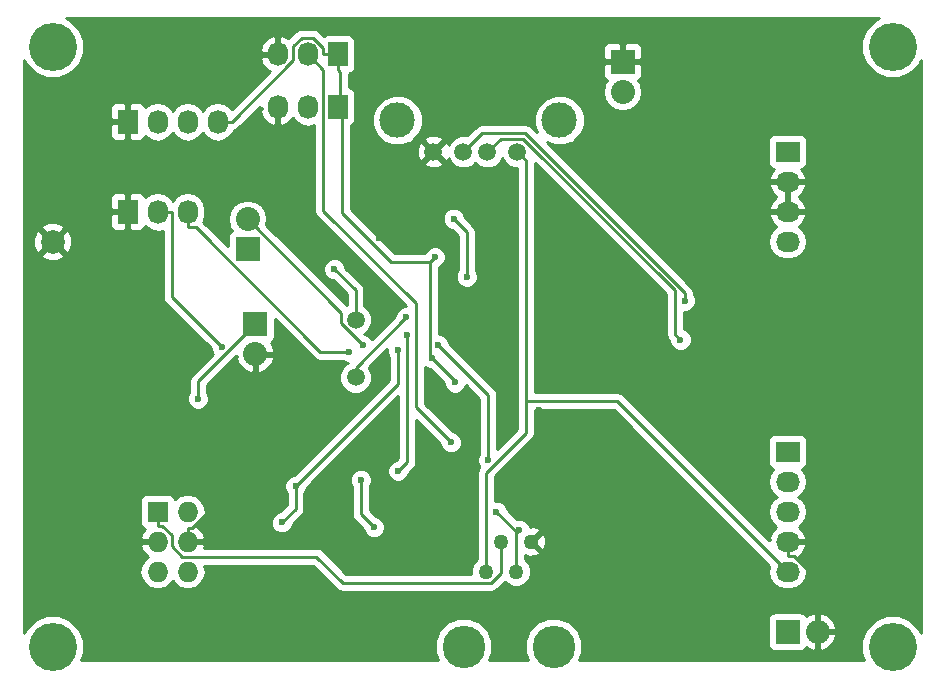
<source format=gbl>
%TF.GenerationSoftware,KiCad,Pcbnew,4.0.2+dfsg1-stable*%
%TF.CreationDate,2019-04-18T17:58:59+02:00*%
%TF.ProjectId,StandAlone-Adapter,5374616E64416C6F6E652D4164617074,rev?*%
%TF.FileFunction,Copper,L2,Bot,Signal*%
%FSLAX46Y46*%
G04 Gerber Fmt 4.6, Leading zero omitted, Abs format (unit mm)*
G04 Created by KiCad (PCBNEW 4.0.2+dfsg1-stable) date gio 18 apr 2019 17:58:59 CEST*
%MOMM*%
G01*
G04 APERTURE LIST*
%ADD10C,0.100000*%
%ADD11C,4.064000*%
%ADD12C,1.998980*%
%ADD13C,1.270000*%
%ADD14C,3.600000*%
%ADD15C,1.501140*%
%ADD16C,2.999740*%
%ADD17C,1.500000*%
%ADD18R,1.727200X2.032000*%
%ADD19O,1.727200X2.032000*%
%ADD20R,2.032000X2.032000*%
%ADD21O,2.032000X2.032000*%
%ADD22R,2.032000X1.727200*%
%ADD23O,2.032000X1.727200*%
%ADD24R,1.727200X1.727200*%
%ADD25O,1.727200X1.727200*%
%ADD26C,0.600000*%
%ADD27C,0.250000*%
%ADD28C,0.254000*%
G04 APERTURE END LIST*
D10*
D11*
X113030000Y-120650000D03*
X184150000Y-120650000D03*
X184150000Y-69850000D03*
X113030000Y-69850000D03*
D12*
X113030000Y-86360000D03*
D13*
X152285000Y-114290000D03*
X149745000Y-114290000D03*
X153555000Y-111760000D03*
D14*
X155460000Y-120640000D03*
X147840000Y-120640000D03*
D13*
X151015000Y-111760000D03*
D15*
X145287140Y-78742120D03*
X147827140Y-78742120D03*
X149859140Y-78742120D03*
X152399140Y-78742120D03*
D16*
X142239140Y-76075120D03*
X155955140Y-76075120D03*
D17*
X138684000Y-92964000D03*
X138684000Y-97844000D03*
D18*
X119380000Y-76200000D03*
D19*
X121920000Y-76200000D03*
X124460000Y-76200000D03*
X127000000Y-76200000D03*
D18*
X119380000Y-83820000D03*
D19*
X121920000Y-83820000D03*
X124460000Y-83820000D03*
D20*
X129540000Y-86995000D03*
D21*
X129540000Y-84455000D03*
D18*
X137160000Y-70485000D03*
D19*
X134620000Y-70485000D03*
X132080000Y-70485000D03*
D20*
X161290000Y-71120000D03*
D21*
X161290000Y-73660000D03*
D22*
X175260000Y-78740000D03*
D23*
X175260000Y-81280000D03*
X175260000Y-83820000D03*
X175260000Y-86360000D03*
D22*
X175260000Y-104140000D03*
D23*
X175260000Y-106680000D03*
X175260000Y-109220000D03*
X175260000Y-111760000D03*
X175260000Y-114300000D03*
D20*
X175260000Y-119380000D03*
D21*
X177800000Y-119380000D03*
D20*
X130175000Y-93345000D03*
D21*
X130175000Y-95885000D03*
D24*
X121920000Y-109220000D03*
D25*
X124460000Y-109220000D03*
X121920000Y-111760000D03*
X124460000Y-111760000D03*
X121920000Y-114300000D03*
X124460000Y-114300000D03*
D18*
X137160000Y-74930000D03*
D19*
X134620000Y-74930000D03*
X132080000Y-74930000D03*
D26*
X150618600Y-109234600D03*
X152560700Y-110799600D03*
X154363500Y-104248400D03*
X154250500Y-100585300D03*
X140684000Y-86068300D03*
X145169000Y-96230000D03*
X147110000Y-98283700D03*
X145411200Y-87659500D03*
X136896100Y-88700800D03*
X142963500Y-92774600D03*
X140249200Y-110540800D03*
X139131500Y-106521900D03*
X149925000Y-104859200D03*
X145640200Y-95079900D03*
X142277500Y-105770600D03*
X143061800Y-94230000D03*
X133605300Y-107060000D03*
X142266400Y-95548800D03*
X132448500Y-110134100D03*
X139334700Y-95136400D03*
X127347500Y-95255100D03*
X138117300Y-95676700D03*
X146778100Y-103357200D03*
X125341000Y-99656900D03*
X146990000Y-84419700D03*
X148109900Y-89331300D03*
X166592000Y-91344300D03*
X166196700Y-94648800D03*
D27*
X151015000Y-114400800D02*
X151015000Y-111760000D01*
X150153000Y-115262800D02*
X151015000Y-114400800D01*
X137601900Y-115262800D02*
X150153000Y-115262800D01*
X135369100Y-113030000D02*
X137601900Y-115262800D01*
X124026700Y-113030000D02*
X135369100Y-113030000D01*
X123108900Y-112112200D02*
X124026700Y-113030000D01*
X123108900Y-111226200D02*
X123108900Y-112112200D01*
X122291600Y-110408900D02*
X123108900Y-111226200D01*
X121920000Y-110408900D02*
X122291600Y-110408900D01*
X121920000Y-109220000D02*
X121920000Y-110408900D01*
X152285000Y-111005000D02*
X152337000Y-110953000D01*
X152285000Y-114290000D02*
X152285000Y-111005000D01*
X152337000Y-110953000D02*
X150618600Y-109234600D01*
X152490400Y-110799600D02*
X152560700Y-110799600D01*
X152337000Y-110953000D02*
X152490400Y-110799600D01*
X119380000Y-83820000D02*
X119380000Y-76200000D01*
X154363500Y-110951500D02*
X154363500Y-104248400D01*
X153555000Y-111760000D02*
X154363500Y-110951500D01*
X124831500Y-110571100D02*
X124460000Y-110571100D01*
X130175000Y-105227600D02*
X124831500Y-110571100D01*
X130175000Y-95885000D02*
X130175000Y-105227600D01*
X124460000Y-111760000D02*
X124460000Y-110571100D01*
X154250500Y-104135400D02*
X154250500Y-100585300D01*
X154363500Y-104248400D02*
X154250500Y-104135400D01*
X175260000Y-81280000D02*
X175260000Y-83820000D01*
X177800000Y-114968800D02*
X177800000Y-119380000D01*
X175780100Y-112948900D02*
X177800000Y-114968800D01*
X175260000Y-112948900D02*
X175780100Y-112948900D01*
X175260000Y-111760000D02*
X175260000Y-112948900D01*
X140684000Y-83345200D02*
X140684000Y-86068300D01*
X145287100Y-78742100D02*
X140684000Y-83345200D01*
X128239500Y-76200000D02*
X127000000Y-76200000D01*
X133431000Y-71008500D02*
X128239500Y-76200000D01*
X133431000Y-69802300D02*
X133431000Y-71008500D01*
X134142800Y-69090500D02*
X133431000Y-69802300D01*
X135096700Y-69090500D02*
X134142800Y-69090500D01*
X135971100Y-69964900D02*
X135096700Y-69090500D01*
X135971100Y-70485000D02*
X135971100Y-69964900D01*
X137160000Y-70485000D02*
X135971100Y-70485000D01*
X147110000Y-98171000D02*
X147110000Y-98283700D01*
X145169000Y-96230000D02*
X147110000Y-98171000D01*
X145006100Y-96067100D02*
X145006100Y-88064600D01*
X145169000Y-96230000D02*
X145006100Y-96067100D01*
X145006100Y-88064600D02*
X145411200Y-87659500D01*
X137160000Y-74930000D02*
X137365500Y-74930000D01*
X137365500Y-74930000D02*
X137570900Y-74930000D01*
X137365500Y-72031800D02*
X137160000Y-71826300D01*
X137365500Y-74930000D02*
X137365500Y-72031800D01*
X137160000Y-70485000D02*
X137160000Y-71826300D01*
X137570900Y-83904500D02*
X137570900Y-74930000D01*
X141731000Y-88064600D02*
X137570900Y-83904500D01*
X145006100Y-88064600D02*
X141731000Y-88064600D01*
X160847700Y-99887700D02*
X175260000Y-114300000D01*
X153107800Y-99887700D02*
X160847700Y-99887700D01*
X153107800Y-102560800D02*
X153107800Y-99887700D01*
X149745000Y-105923600D02*
X153107800Y-102560800D01*
X149745000Y-114290000D02*
X149745000Y-105923600D01*
X153107800Y-79450800D02*
X152399100Y-78742100D01*
X153107800Y-99887700D02*
X153107800Y-79450800D01*
X138684000Y-90488700D02*
X138684000Y-92964000D01*
X136896100Y-88700800D02*
X138684000Y-90488700D01*
X138684000Y-97054100D02*
X142963500Y-92774600D01*
X138684000Y-97844000D02*
X138684000Y-97054100D01*
X139131500Y-109423100D02*
X140249200Y-110540800D01*
X139131500Y-106521900D02*
X139131500Y-109423100D01*
X149925000Y-99364700D02*
X145640200Y-95079900D01*
X149925000Y-104859200D02*
X149925000Y-99364700D01*
X143061800Y-104986300D02*
X143061800Y-94230000D01*
X142277500Y-105770600D02*
X143061800Y-104986300D01*
X142266400Y-98398900D02*
X142266400Y-95548800D01*
X133605300Y-107060000D02*
X142266400Y-98398900D01*
X133605300Y-108977300D02*
X132448500Y-110134100D01*
X133605300Y-107060000D02*
X133605300Y-108977300D01*
X137460700Y-93262400D02*
X139334700Y-95136400D01*
X137460700Y-92375700D02*
X137460700Y-93262400D01*
X129540000Y-84455000D02*
X137460700Y-92375700D01*
X121920000Y-83820000D02*
X123108900Y-83820000D01*
X123108900Y-91016500D02*
X127347500Y-95255100D01*
X123108900Y-83820000D02*
X123108900Y-91016500D01*
X124460000Y-83820000D02*
X124460000Y-85161300D01*
X135707300Y-95676700D02*
X138117300Y-95676700D01*
X125191900Y-85161300D02*
X135707300Y-95676700D01*
X124460000Y-85161300D02*
X125191900Y-85161300D01*
X143812300Y-100391400D02*
X146778100Y-103357200D01*
X143812300Y-91596400D02*
X143812300Y-100391400D01*
X135971000Y-83755100D02*
X143812300Y-91596400D01*
X135971000Y-71836000D02*
X135971000Y-83755100D01*
X134620000Y-70485000D02*
X135971000Y-71836000D01*
X125341000Y-98179000D02*
X130175000Y-93345000D01*
X125341000Y-99656900D02*
X125341000Y-98179000D01*
X148109900Y-85539600D02*
X146990000Y-84419700D01*
X148109900Y-89331300D02*
X148109900Y-85539600D01*
X166592000Y-90702100D02*
X166592000Y-91344300D01*
X153060000Y-77170100D02*
X166592000Y-90702100D01*
X149399100Y-77170100D02*
X153060000Y-77170100D01*
X147827100Y-78742100D02*
X149399100Y-77170100D01*
X165746400Y-94198500D02*
X166196700Y-94648800D01*
X165746400Y-90493400D02*
X165746400Y-94198500D01*
X152881000Y-77628000D02*
X165746400Y-90493400D01*
X150973200Y-77628000D02*
X152881000Y-77628000D01*
X149859100Y-78742100D02*
X150973200Y-77628000D01*
D28*
G36*
X182641239Y-67587709D02*
X181890345Y-68337293D01*
X181483464Y-69317173D01*
X181482538Y-70378172D01*
X181887709Y-71358761D01*
X182637293Y-72109655D01*
X183617173Y-72516536D01*
X184678172Y-72517462D01*
X185658761Y-72112291D01*
X186409655Y-71362707D01*
X186563000Y-70993411D01*
X186563000Y-119505983D01*
X186412291Y-119141239D01*
X185662707Y-118390345D01*
X184682827Y-117983464D01*
X183621828Y-117982538D01*
X182641239Y-118387709D01*
X181890345Y-119137293D01*
X181483464Y-120117173D01*
X181482538Y-121178172D01*
X181736580Y-121793000D01*
X157617811Y-121793000D01*
X157894576Y-121126476D01*
X157895421Y-120157774D01*
X157525496Y-119262486D01*
X156841117Y-118576912D01*
X156328369Y-118364000D01*
X173596560Y-118364000D01*
X173596560Y-120396000D01*
X173640838Y-120631317D01*
X173779910Y-120847441D01*
X173992110Y-120992431D01*
X174244000Y-121043440D01*
X176276000Y-121043440D01*
X176511317Y-120999162D01*
X176727441Y-120860090D01*
X176838840Y-120697052D01*
X176935182Y-120786385D01*
X177417056Y-120985975D01*
X177673000Y-120866836D01*
X177673000Y-119507000D01*
X177927000Y-119507000D01*
X177927000Y-120866836D01*
X178182944Y-120985975D01*
X178664818Y-120786385D01*
X179137188Y-120348379D01*
X179405983Y-119762946D01*
X179287367Y-119507000D01*
X177927000Y-119507000D01*
X177673000Y-119507000D01*
X177653000Y-119507000D01*
X177653000Y-119253000D01*
X177673000Y-119253000D01*
X177673000Y-117893164D01*
X177927000Y-117893164D01*
X177927000Y-119253000D01*
X179287367Y-119253000D01*
X179405983Y-118997054D01*
X179137188Y-118411621D01*
X178664818Y-117973615D01*
X178182944Y-117774025D01*
X177927000Y-117893164D01*
X177673000Y-117893164D01*
X177417056Y-117774025D01*
X176935182Y-117973615D01*
X176837602Y-118064097D01*
X176740090Y-117912559D01*
X176527890Y-117767569D01*
X176276000Y-117716560D01*
X174244000Y-117716560D01*
X174008683Y-117760838D01*
X173792559Y-117899910D01*
X173647569Y-118112110D01*
X173596560Y-118364000D01*
X156328369Y-118364000D01*
X155946476Y-118205424D01*
X154977774Y-118204579D01*
X154082486Y-118574504D01*
X153396912Y-119258883D01*
X153025424Y-120153524D01*
X153024579Y-121122226D01*
X153301737Y-121793000D01*
X149997811Y-121793000D01*
X150274576Y-121126476D01*
X150275421Y-120157774D01*
X149905496Y-119262486D01*
X149221117Y-118576912D01*
X148326476Y-118205424D01*
X147357774Y-118204579D01*
X146462486Y-118574504D01*
X145776912Y-119258883D01*
X145405424Y-120153524D01*
X145404579Y-121122226D01*
X145681737Y-121793000D01*
X115443170Y-121793000D01*
X115696536Y-121182827D01*
X115697462Y-120121828D01*
X115292291Y-119141239D01*
X114542707Y-118390345D01*
X113562827Y-117983464D01*
X112501828Y-117982538D01*
X111521239Y-118387709D01*
X110770345Y-119137293D01*
X110617000Y-119506589D01*
X110617000Y-87512163D01*
X112057443Y-87512163D01*
X112156042Y-87778965D01*
X112765582Y-88005401D01*
X113415377Y-87981341D01*
X113903958Y-87778965D01*
X114002557Y-87512163D01*
X113030000Y-86539605D01*
X112057443Y-87512163D01*
X110617000Y-87512163D01*
X110617000Y-86095582D01*
X111384599Y-86095582D01*
X111408659Y-86745377D01*
X111611035Y-87233958D01*
X111877837Y-87332557D01*
X112850395Y-86360000D01*
X113209605Y-86360000D01*
X114182163Y-87332557D01*
X114448965Y-87233958D01*
X114675401Y-86624418D01*
X114651341Y-85974623D01*
X114448965Y-85486042D01*
X114182163Y-85387443D01*
X113209605Y-86360000D01*
X112850395Y-86360000D01*
X111877837Y-85387443D01*
X111611035Y-85486042D01*
X111384599Y-86095582D01*
X110617000Y-86095582D01*
X110617000Y-85207837D01*
X112057443Y-85207837D01*
X113030000Y-86180395D01*
X114002557Y-85207837D01*
X113903958Y-84941035D01*
X113294418Y-84714599D01*
X112644623Y-84738659D01*
X112156042Y-84941035D01*
X112057443Y-85207837D01*
X110617000Y-85207837D01*
X110617000Y-84105750D01*
X117881400Y-84105750D01*
X117881400Y-84962309D01*
X117978073Y-85195698D01*
X118156701Y-85374327D01*
X118390090Y-85471000D01*
X119094250Y-85471000D01*
X119253000Y-85312250D01*
X119253000Y-83947000D01*
X118040150Y-83947000D01*
X117881400Y-84105750D01*
X110617000Y-84105750D01*
X110617000Y-82677691D01*
X117881400Y-82677691D01*
X117881400Y-83534250D01*
X118040150Y-83693000D01*
X119253000Y-83693000D01*
X119253000Y-82327750D01*
X119094250Y-82169000D01*
X118390090Y-82169000D01*
X118156701Y-82265673D01*
X117978073Y-82444302D01*
X117881400Y-82677691D01*
X110617000Y-82677691D01*
X110617000Y-76485750D01*
X117881400Y-76485750D01*
X117881400Y-77342309D01*
X117978073Y-77575698D01*
X118156701Y-77754327D01*
X118390090Y-77851000D01*
X119094250Y-77851000D01*
X119253000Y-77692250D01*
X119253000Y-76327000D01*
X118040150Y-76327000D01*
X117881400Y-76485750D01*
X110617000Y-76485750D01*
X110617000Y-75057691D01*
X117881400Y-75057691D01*
X117881400Y-75914250D01*
X118040150Y-76073000D01*
X119253000Y-76073000D01*
X119253000Y-74707750D01*
X119507000Y-74707750D01*
X119507000Y-76073000D01*
X119527000Y-76073000D01*
X119527000Y-76327000D01*
X119507000Y-76327000D01*
X119507000Y-77692250D01*
X119665750Y-77851000D01*
X120369910Y-77851000D01*
X120603299Y-77754327D01*
X120781927Y-77575698D01*
X120845500Y-77422220D01*
X120860330Y-77444415D01*
X121346511Y-77769271D01*
X121920000Y-77883345D01*
X122493489Y-77769271D01*
X122979670Y-77444415D01*
X123190000Y-77129634D01*
X123400330Y-77444415D01*
X123886511Y-77769271D01*
X124460000Y-77883345D01*
X125033489Y-77769271D01*
X125519670Y-77444415D01*
X125730000Y-77129634D01*
X125940330Y-77444415D01*
X126426511Y-77769271D01*
X127000000Y-77883345D01*
X127573489Y-77769271D01*
X128059670Y-77444415D01*
X128384526Y-76958234D01*
X128390135Y-76930037D01*
X128530339Y-76902148D01*
X128776901Y-76737401D01*
X130581400Y-74932902D01*
X130581400Y-75057002D01*
X130739075Y-75057002D01*
X130594816Y-75291913D01*
X130788046Y-75844320D01*
X131177964Y-76280732D01*
X131705209Y-76534709D01*
X131720974Y-76537358D01*
X131953000Y-76416217D01*
X131953000Y-75057000D01*
X131933000Y-75057000D01*
X131933000Y-74803000D01*
X131953000Y-74803000D01*
X131953000Y-74783000D01*
X132207000Y-74783000D01*
X132207000Y-74803000D01*
X132227000Y-74803000D01*
X132227000Y-75057000D01*
X132207000Y-75057000D01*
X132207000Y-76416217D01*
X132439026Y-76537358D01*
X132454791Y-76534709D01*
X132982036Y-76280732D01*
X133353539Y-75864931D01*
X133560330Y-76174415D01*
X134046511Y-76499271D01*
X134620000Y-76613345D01*
X135193489Y-76499271D01*
X135211000Y-76487571D01*
X135211000Y-83755100D01*
X135268852Y-84045939D01*
X135433599Y-84292501D01*
X142980712Y-91839614D01*
X142778333Y-91839438D01*
X142434557Y-91981483D01*
X142171308Y-92244273D01*
X142028662Y-92587801D01*
X142028621Y-92634677D01*
X140091860Y-94571438D01*
X139865027Y-94344208D01*
X139521499Y-94201562D01*
X139474623Y-94201521D01*
X139428184Y-94155082D01*
X139467515Y-94138831D01*
X139857461Y-93749564D01*
X140068759Y-93240702D01*
X140069240Y-92689715D01*
X139858831Y-92180485D01*
X139469564Y-91790539D01*
X139444000Y-91779924D01*
X139444000Y-90488700D01*
X139386148Y-90197861D01*
X139386148Y-90197860D01*
X139221401Y-89951299D01*
X137831222Y-88561120D01*
X137831262Y-88515633D01*
X137689217Y-88171857D01*
X137426427Y-87908608D01*
X137082899Y-87765962D01*
X136710933Y-87765638D01*
X136367157Y-87907683D01*
X136103908Y-88170473D01*
X135961262Y-88514001D01*
X135960938Y-88885967D01*
X136102983Y-89229743D01*
X136365773Y-89492992D01*
X136709301Y-89635638D01*
X136756177Y-89635679D01*
X137924000Y-90803502D01*
X137924000Y-91764198D01*
X131122381Y-84962579D01*
X131223345Y-84455000D01*
X131097670Y-83823190D01*
X130739778Y-83287567D01*
X130204155Y-82929675D01*
X129572345Y-82804000D01*
X129507655Y-82804000D01*
X128875845Y-82929675D01*
X128340222Y-83287567D01*
X127982330Y-83823190D01*
X127856655Y-84455000D01*
X127982330Y-85086810D01*
X128209499Y-85426792D01*
X128072559Y-85514910D01*
X127927569Y-85727110D01*
X127876560Y-85979000D01*
X127876560Y-86771158D01*
X125780082Y-84674680D01*
X125844526Y-84578234D01*
X125958600Y-84004745D01*
X125958600Y-83635255D01*
X125844526Y-83061766D01*
X125519670Y-82575585D01*
X125033489Y-82250729D01*
X124460000Y-82136655D01*
X123886511Y-82250729D01*
X123400330Y-82575585D01*
X123190000Y-82890366D01*
X122979670Y-82575585D01*
X122493489Y-82250729D01*
X121920000Y-82136655D01*
X121346511Y-82250729D01*
X120860330Y-82575585D01*
X120845500Y-82597780D01*
X120781927Y-82444302D01*
X120603299Y-82265673D01*
X120369910Y-82169000D01*
X119665750Y-82169000D01*
X119507000Y-82327750D01*
X119507000Y-83693000D01*
X119527000Y-83693000D01*
X119527000Y-83947000D01*
X119507000Y-83947000D01*
X119507000Y-85312250D01*
X119665750Y-85471000D01*
X120369910Y-85471000D01*
X120603299Y-85374327D01*
X120781927Y-85195698D01*
X120845500Y-85042220D01*
X120860330Y-85064415D01*
X121346511Y-85389271D01*
X121920000Y-85503345D01*
X122348900Y-85418032D01*
X122348900Y-91016500D01*
X122406752Y-91307339D01*
X122571499Y-91553901D01*
X126412378Y-95394780D01*
X126412338Y-95440267D01*
X126554383Y-95784043D01*
X126607722Y-95837476D01*
X124803599Y-97641599D01*
X124638852Y-97888161D01*
X124581000Y-98179000D01*
X124581000Y-99094437D01*
X124548808Y-99126573D01*
X124406162Y-99470101D01*
X124405838Y-99842067D01*
X124547883Y-100185843D01*
X124810673Y-100449092D01*
X125154201Y-100591738D01*
X125526167Y-100592062D01*
X125869943Y-100450017D01*
X126133192Y-100187227D01*
X126275838Y-99843699D01*
X126276162Y-99471733D01*
X126134117Y-99127957D01*
X126101000Y-99094782D01*
X126101000Y-98493802D01*
X128582800Y-96012002D01*
X128688163Y-96012002D01*
X128569025Y-96267944D01*
X128768615Y-96749818D01*
X129206621Y-97222188D01*
X129792054Y-97490983D01*
X130048000Y-97372367D01*
X130048000Y-96012000D01*
X130302000Y-96012000D01*
X130302000Y-97372367D01*
X130557946Y-97490983D01*
X131143379Y-97222188D01*
X131581385Y-96749818D01*
X131780975Y-96267944D01*
X131661836Y-96012000D01*
X130302000Y-96012000D01*
X130048000Y-96012000D01*
X130028000Y-96012000D01*
X130028000Y-95758000D01*
X130048000Y-95758000D01*
X130048000Y-95738000D01*
X130302000Y-95738000D01*
X130302000Y-95758000D01*
X131661836Y-95758000D01*
X131780975Y-95502056D01*
X131581385Y-95020182D01*
X131490903Y-94922602D01*
X131642441Y-94825090D01*
X131787431Y-94612890D01*
X131838440Y-94361000D01*
X131838440Y-92882642D01*
X135169899Y-96214101D01*
X135416460Y-96378848D01*
X135707300Y-96436700D01*
X137554837Y-96436700D01*
X137586973Y-96468892D01*
X137930501Y-96611538D01*
X138039733Y-96611633D01*
X137900485Y-96669169D01*
X137510539Y-97058436D01*
X137299241Y-97567298D01*
X137298760Y-98118285D01*
X137509169Y-98627515D01*
X137898436Y-99017461D01*
X138407298Y-99228759D01*
X138958285Y-99229240D01*
X139467515Y-99018831D01*
X139857461Y-98629564D01*
X140068759Y-98120702D01*
X140069240Y-97569715D01*
X139858831Y-97060485D01*
X139805670Y-97007232D01*
X141331458Y-95481444D01*
X141331238Y-95733967D01*
X141473283Y-96077743D01*
X141506400Y-96110918D01*
X141506400Y-98084098D01*
X133465620Y-106124878D01*
X133420133Y-106124838D01*
X133076357Y-106266883D01*
X132813108Y-106529673D01*
X132670462Y-106873201D01*
X132670138Y-107245167D01*
X132812183Y-107588943D01*
X132845300Y-107622118D01*
X132845300Y-108662498D01*
X132308820Y-109198978D01*
X132263333Y-109198938D01*
X131919557Y-109340983D01*
X131656308Y-109603773D01*
X131513662Y-109947301D01*
X131513338Y-110319267D01*
X131655383Y-110663043D01*
X131918173Y-110926292D01*
X132261701Y-111068938D01*
X132633667Y-111069262D01*
X132977443Y-110927217D01*
X133240692Y-110664427D01*
X133383338Y-110320899D01*
X133383379Y-110274023D01*
X134142701Y-109514701D01*
X134307448Y-109268140D01*
X134365300Y-108977300D01*
X134365300Y-107622463D01*
X134397492Y-107590327D01*
X134540138Y-107246799D01*
X134540179Y-107199923D01*
X135033035Y-106707067D01*
X138196338Y-106707067D01*
X138338383Y-107050843D01*
X138371500Y-107084018D01*
X138371500Y-109423100D01*
X138429352Y-109713939D01*
X138594099Y-109960501D01*
X139314078Y-110680480D01*
X139314038Y-110725967D01*
X139456083Y-111069743D01*
X139718873Y-111332992D01*
X140062401Y-111475638D01*
X140434367Y-111475962D01*
X140778143Y-111333917D01*
X141041392Y-111071127D01*
X141184038Y-110727599D01*
X141184362Y-110355633D01*
X141042317Y-110011857D01*
X140779527Y-109748608D01*
X140435999Y-109605962D01*
X140389124Y-109605921D01*
X139891500Y-109108298D01*
X139891500Y-107084363D01*
X139923692Y-107052227D01*
X140066338Y-106708699D01*
X140066662Y-106336733D01*
X139924617Y-105992957D01*
X139661827Y-105729708D01*
X139318299Y-105587062D01*
X138946333Y-105586738D01*
X138602557Y-105728783D01*
X138339308Y-105991573D01*
X138196662Y-106335101D01*
X138196338Y-106707067D01*
X135033035Y-106707067D01*
X142301800Y-99438302D01*
X142301800Y-104671498D01*
X142137820Y-104835478D01*
X142092333Y-104835438D01*
X141748557Y-104977483D01*
X141485308Y-105240273D01*
X141342662Y-105583801D01*
X141342338Y-105955767D01*
X141484383Y-106299543D01*
X141747173Y-106562792D01*
X142090701Y-106705438D01*
X142462667Y-106705762D01*
X142806443Y-106563717D01*
X143069692Y-106300927D01*
X143212338Y-105957399D01*
X143212379Y-105910523D01*
X143599201Y-105523701D01*
X143763948Y-105277139D01*
X143821800Y-104986300D01*
X143821800Y-101475702D01*
X145842978Y-103496880D01*
X145842938Y-103542367D01*
X145984983Y-103886143D01*
X146247773Y-104149392D01*
X146591301Y-104292038D01*
X146963267Y-104292362D01*
X147307043Y-104150317D01*
X147570292Y-103887527D01*
X147712938Y-103543999D01*
X147713262Y-103172033D01*
X147571217Y-102828257D01*
X147308427Y-102565008D01*
X146964899Y-102422362D01*
X146918023Y-102422321D01*
X144572300Y-100076598D01*
X144572300Y-96955703D01*
X144638673Y-97022192D01*
X144982201Y-97164838D01*
X145029077Y-97164879D01*
X146174976Y-98310778D01*
X146174838Y-98468867D01*
X146316883Y-98812643D01*
X146579673Y-99075892D01*
X146923201Y-99218538D01*
X147295167Y-99218862D01*
X147638943Y-99076817D01*
X147902192Y-98814027D01*
X148018772Y-98533274D01*
X149165000Y-99679502D01*
X149165000Y-104296737D01*
X149132808Y-104328873D01*
X148990162Y-104672401D01*
X148989838Y-105044367D01*
X149131883Y-105388143D01*
X149176462Y-105432799D01*
X149042852Y-105632761D01*
X148985000Y-105923600D01*
X148985000Y-113254188D01*
X148668974Y-113569663D01*
X148475221Y-114036273D01*
X148474814Y-114502800D01*
X137916702Y-114502800D01*
X135906501Y-112492599D01*
X135659939Y-112327852D01*
X135369100Y-112270000D01*
X125852426Y-112270000D01*
X125914958Y-112119026D01*
X125793817Y-111887000D01*
X124587000Y-111887000D01*
X124587000Y-111907000D01*
X124333000Y-111907000D01*
X124333000Y-111887000D01*
X124313000Y-111887000D01*
X124313000Y-111633000D01*
X124333000Y-111633000D01*
X124333000Y-111613000D01*
X124587000Y-111613000D01*
X124587000Y-111633000D01*
X125793817Y-111633000D01*
X125914958Y-111400974D01*
X125742688Y-110985053D01*
X125348490Y-110553179D01*
X125225772Y-110495664D01*
X125549029Y-110279670D01*
X125873885Y-109793489D01*
X125987959Y-109220000D01*
X125873885Y-108646511D01*
X125549029Y-108160330D01*
X125062848Y-107835474D01*
X124489359Y-107721400D01*
X124430641Y-107721400D01*
X123857152Y-107835474D01*
X123391558Y-108146574D01*
X123386762Y-108121083D01*
X123247690Y-107904959D01*
X123035490Y-107759969D01*
X122783600Y-107708960D01*
X121056400Y-107708960D01*
X120821083Y-107753238D01*
X120604959Y-107892310D01*
X120459969Y-108104510D01*
X120408960Y-108356400D01*
X120408960Y-110083600D01*
X120453238Y-110318917D01*
X120592310Y-110535041D01*
X120804510Y-110680031D01*
X120898375Y-110699039D01*
X120637312Y-110985053D01*
X120465042Y-111400974D01*
X120586183Y-111633000D01*
X121793000Y-111633000D01*
X121793000Y-111613000D01*
X122047000Y-111613000D01*
X122047000Y-111633000D01*
X122067000Y-111633000D01*
X122067000Y-111887000D01*
X122047000Y-111887000D01*
X122047000Y-111907000D01*
X121793000Y-111907000D01*
X121793000Y-111887000D01*
X120586183Y-111887000D01*
X120465042Y-112119026D01*
X120637312Y-112534947D01*
X121031510Y-112966821D01*
X121154228Y-113024336D01*
X120830971Y-113240330D01*
X120506115Y-113726511D01*
X120392041Y-114300000D01*
X120506115Y-114873489D01*
X120830971Y-115359670D01*
X121317152Y-115684526D01*
X121890641Y-115798600D01*
X121949359Y-115798600D01*
X122522848Y-115684526D01*
X123009029Y-115359670D01*
X123190000Y-115088828D01*
X123370971Y-115359670D01*
X123857152Y-115684526D01*
X124430641Y-115798600D01*
X124489359Y-115798600D01*
X125062848Y-115684526D01*
X125549029Y-115359670D01*
X125873885Y-114873489D01*
X125987959Y-114300000D01*
X125886514Y-113790000D01*
X135054298Y-113790000D01*
X137064499Y-115800201D01*
X137311061Y-115964948D01*
X137601900Y-116022800D01*
X150153000Y-116022800D01*
X150443839Y-115964948D01*
X150690401Y-115800201D01*
X151344811Y-115145791D01*
X151564663Y-115366026D01*
X152031273Y-115559779D01*
X152536510Y-115560220D01*
X153003458Y-115367282D01*
X153361026Y-115010337D01*
X153554779Y-114543727D01*
X153555220Y-114038490D01*
X153362282Y-113571542D01*
X153045000Y-113253706D01*
X153045000Y-112927346D01*
X153377664Y-113042681D01*
X153882023Y-113012906D01*
X154209697Y-112877179D01*
X154263528Y-112648133D01*
X153555000Y-111939605D01*
X153540858Y-111953748D01*
X153361253Y-111774143D01*
X153375395Y-111760000D01*
X153734605Y-111760000D01*
X154443133Y-112468528D01*
X154672179Y-112414697D01*
X154837681Y-111937336D01*
X154807906Y-111432977D01*
X154672179Y-111105303D01*
X154443133Y-111051472D01*
X153734605Y-111760000D01*
X153375395Y-111760000D01*
X153361253Y-111745858D01*
X153540858Y-111566253D01*
X153555000Y-111580395D01*
X154263528Y-110871867D01*
X154209697Y-110642821D01*
X153732336Y-110477319D01*
X153446188Y-110494212D01*
X153353817Y-110270657D01*
X153091027Y-110007408D01*
X152747499Y-109864762D01*
X152375533Y-109864438D01*
X152338529Y-109879727D01*
X151553722Y-109094920D01*
X151553762Y-109049433D01*
X151411717Y-108705657D01*
X151148927Y-108442408D01*
X150805399Y-108299762D01*
X150505000Y-108299500D01*
X150505000Y-106238402D01*
X153645201Y-103098201D01*
X153809948Y-102851640D01*
X153867800Y-102560800D01*
X153867800Y-100647700D01*
X160532898Y-100647700D01*
X173677619Y-113792421D01*
X173576655Y-114300000D01*
X173690729Y-114873489D01*
X174015585Y-115359670D01*
X174501766Y-115684526D01*
X175075255Y-115798600D01*
X175444745Y-115798600D01*
X176018234Y-115684526D01*
X176504415Y-115359670D01*
X176829271Y-114873489D01*
X176943345Y-114300000D01*
X176829271Y-113726511D01*
X176504415Y-113240330D01*
X176194931Y-113033539D01*
X176610732Y-112662036D01*
X176864709Y-112134791D01*
X176867358Y-112119026D01*
X176746217Y-111887000D01*
X175387000Y-111887000D01*
X175387000Y-111907000D01*
X175133000Y-111907000D01*
X175133000Y-111887000D01*
X175113000Y-111887000D01*
X175113000Y-111633000D01*
X175133000Y-111633000D01*
X175133000Y-111613000D01*
X175387000Y-111613000D01*
X175387000Y-111633000D01*
X176746217Y-111633000D01*
X176867358Y-111400974D01*
X176864709Y-111385209D01*
X176610732Y-110857964D01*
X176194931Y-110486461D01*
X176504415Y-110279670D01*
X176829271Y-109793489D01*
X176943345Y-109220000D01*
X176829271Y-108646511D01*
X176504415Y-108160330D01*
X176189634Y-107950000D01*
X176504415Y-107739670D01*
X176829271Y-107253489D01*
X176943345Y-106680000D01*
X176829271Y-106106511D01*
X176504415Y-105620330D01*
X176490087Y-105610757D01*
X176511317Y-105606762D01*
X176727441Y-105467690D01*
X176872431Y-105255490D01*
X176923440Y-105003600D01*
X176923440Y-103276400D01*
X176879162Y-103041083D01*
X176740090Y-102824959D01*
X176527890Y-102679969D01*
X176276000Y-102628960D01*
X174244000Y-102628960D01*
X174008683Y-102673238D01*
X173792559Y-102812310D01*
X173647569Y-103024510D01*
X173596560Y-103276400D01*
X173596560Y-105003600D01*
X173640838Y-105238917D01*
X173779910Y-105455041D01*
X173992110Y-105600031D01*
X174033439Y-105608400D01*
X174015585Y-105620330D01*
X173690729Y-106106511D01*
X173576655Y-106680000D01*
X173690729Y-107253489D01*
X174015585Y-107739670D01*
X174330366Y-107950000D01*
X174015585Y-108160330D01*
X173690729Y-108646511D01*
X173576655Y-109220000D01*
X173690729Y-109793489D01*
X174015585Y-110279670D01*
X174325069Y-110486461D01*
X173909268Y-110857964D01*
X173655291Y-111385209D01*
X173652642Y-111400974D01*
X173773782Y-111632998D01*
X173667800Y-111632998D01*
X161385101Y-99350299D01*
X161138539Y-99185552D01*
X160847700Y-99127700D01*
X153867800Y-99127700D01*
X153867800Y-79689602D01*
X164986400Y-90808202D01*
X164986400Y-94198500D01*
X165044252Y-94489339D01*
X165208999Y-94735901D01*
X165261578Y-94788480D01*
X165261538Y-94833967D01*
X165403583Y-95177743D01*
X165666373Y-95440992D01*
X166009901Y-95583638D01*
X166381867Y-95583962D01*
X166725643Y-95441917D01*
X166988892Y-95179127D01*
X167131538Y-94835599D01*
X167131862Y-94463633D01*
X166989817Y-94119857D01*
X166727027Y-93856608D01*
X166506400Y-93764995D01*
X166506400Y-92279226D01*
X166777167Y-92279462D01*
X167120943Y-92137417D01*
X167384192Y-91874627D01*
X167526838Y-91531099D01*
X167527162Y-91159133D01*
X167385117Y-90815357D01*
X167352000Y-90782182D01*
X167352000Y-90702100D01*
X167294148Y-90411261D01*
X167129401Y-90164699D01*
X163324702Y-86360000D01*
X173576655Y-86360000D01*
X173690729Y-86933489D01*
X174015585Y-87419670D01*
X174501766Y-87744526D01*
X175075255Y-87858600D01*
X175444745Y-87858600D01*
X176018234Y-87744526D01*
X176504415Y-87419670D01*
X176829271Y-86933489D01*
X176943345Y-86360000D01*
X176829271Y-85786511D01*
X176504415Y-85300330D01*
X176194931Y-85093539D01*
X176610732Y-84722036D01*
X176864709Y-84194791D01*
X176867358Y-84179026D01*
X176746217Y-83947000D01*
X175387000Y-83947000D01*
X175387000Y-83967000D01*
X175133000Y-83967000D01*
X175133000Y-83947000D01*
X173773783Y-83947000D01*
X173652642Y-84179026D01*
X173655291Y-84194791D01*
X173909268Y-84722036D01*
X174325069Y-85093539D01*
X174015585Y-85300330D01*
X173690729Y-85786511D01*
X173576655Y-86360000D01*
X163324702Y-86360000D01*
X158603728Y-81639026D01*
X173652642Y-81639026D01*
X173655291Y-81654791D01*
X173909268Y-82182036D01*
X174321108Y-82550000D01*
X173909268Y-82917964D01*
X173655291Y-83445209D01*
X173652642Y-83460974D01*
X173773783Y-83693000D01*
X175133000Y-83693000D01*
X175133000Y-81407000D01*
X175387000Y-81407000D01*
X175387000Y-83693000D01*
X176746217Y-83693000D01*
X176867358Y-83460974D01*
X176864709Y-83445209D01*
X176610732Y-82917964D01*
X176198892Y-82550000D01*
X176610732Y-82182036D01*
X176864709Y-81654791D01*
X176867358Y-81639026D01*
X176746217Y-81407000D01*
X175387000Y-81407000D01*
X175133000Y-81407000D01*
X173773783Y-81407000D01*
X173652642Y-81639026D01*
X158603728Y-81639026D01*
X154922733Y-77958031D01*
X155528625Y-78209619D01*
X156377929Y-78210360D01*
X157162867Y-77886030D01*
X157172513Y-77876400D01*
X173596560Y-77876400D01*
X173596560Y-79603600D01*
X173640838Y-79838917D01*
X173779910Y-80055041D01*
X173992110Y-80200031D01*
X174086927Y-80219232D01*
X173909268Y-80377964D01*
X173655291Y-80905209D01*
X173652642Y-80920974D01*
X173773783Y-81153000D01*
X175133000Y-81153000D01*
X175133000Y-81133000D01*
X175387000Y-81133000D01*
X175387000Y-81153000D01*
X176746217Y-81153000D01*
X176867358Y-80920974D01*
X176864709Y-80905209D01*
X176610732Y-80377964D01*
X176435155Y-80221093D01*
X176511317Y-80206762D01*
X176727441Y-80067690D01*
X176872431Y-79855490D01*
X176923440Y-79603600D01*
X176923440Y-77876400D01*
X176879162Y-77641083D01*
X176740090Y-77424959D01*
X176527890Y-77279969D01*
X176276000Y-77228960D01*
X174244000Y-77228960D01*
X174008683Y-77273238D01*
X173792559Y-77412310D01*
X173647569Y-77624510D01*
X173596560Y-77876400D01*
X157172513Y-77876400D01*
X157763940Y-77286006D01*
X158089639Y-76501635D01*
X158090380Y-75652331D01*
X157766050Y-74867393D01*
X157166026Y-74266320D01*
X156381655Y-73940621D01*
X155532351Y-73939880D01*
X154747413Y-74264210D01*
X154146340Y-74864234D01*
X153820641Y-75648605D01*
X153819900Y-76497909D01*
X154071480Y-77106778D01*
X153597401Y-76632699D01*
X153350839Y-76467952D01*
X153060000Y-76410100D01*
X149399100Y-76410100D01*
X149108261Y-76467952D01*
X148861699Y-76632699D01*
X148127734Y-77366664D01*
X148103956Y-77356791D01*
X147552742Y-77356310D01*
X147043303Y-77566806D01*
X146653196Y-77956233D01*
X146563761Y-78171616D01*
X146500071Y-78017855D01*
X146259070Y-77949795D01*
X145466745Y-78742120D01*
X146259070Y-79534445D01*
X146500071Y-79466385D01*
X146558909Y-79301080D01*
X146651826Y-79525957D01*
X147041253Y-79916064D01*
X147550324Y-80127449D01*
X148101538Y-80127930D01*
X148610977Y-79917434D01*
X148843203Y-79685613D01*
X149073253Y-79916064D01*
X149582324Y-80127449D01*
X150133538Y-80127930D01*
X150642977Y-79917434D01*
X151033084Y-79528007D01*
X151129115Y-79296739D01*
X151223826Y-79525957D01*
X151613253Y-79916064D01*
X152122324Y-80127449D01*
X152347800Y-80127646D01*
X152347800Y-102245998D01*
X150685000Y-103908798D01*
X150685000Y-99364700D01*
X150658055Y-99229240D01*
X150627148Y-99073860D01*
X150462401Y-98827299D01*
X146575322Y-94940220D01*
X146575362Y-94894733D01*
X146433317Y-94550957D01*
X146170527Y-94287708D01*
X145826999Y-94145062D01*
X145766100Y-94145009D01*
X145766100Y-88524530D01*
X145940143Y-88452617D01*
X146203392Y-88189827D01*
X146346038Y-87846299D01*
X146346362Y-87474333D01*
X146204317Y-87130557D01*
X145941527Y-86867308D01*
X145597999Y-86724662D01*
X145226033Y-86724338D01*
X144882257Y-86866383D01*
X144619008Y-87129173D01*
X144546164Y-87304600D01*
X142045802Y-87304600D01*
X139346069Y-84604867D01*
X146054838Y-84604867D01*
X146196883Y-84948643D01*
X146459673Y-85211892D01*
X146803201Y-85354538D01*
X146850077Y-85354579D01*
X147349900Y-85854402D01*
X147349900Y-88768837D01*
X147317708Y-88800973D01*
X147175062Y-89144501D01*
X147174738Y-89516467D01*
X147316783Y-89860243D01*
X147579573Y-90123492D01*
X147923101Y-90266138D01*
X148295067Y-90266462D01*
X148638843Y-90124417D01*
X148902092Y-89861627D01*
X149044738Y-89518099D01*
X149045062Y-89146133D01*
X148903017Y-88802357D01*
X148869900Y-88769182D01*
X148869900Y-85539600D01*
X148812048Y-85248761D01*
X148647301Y-85002199D01*
X147925122Y-84280020D01*
X147925162Y-84234533D01*
X147783117Y-83890757D01*
X147520327Y-83627508D01*
X147176799Y-83484862D01*
X146804833Y-83484538D01*
X146461057Y-83626583D01*
X146197808Y-83889373D01*
X146055162Y-84232901D01*
X146054838Y-84604867D01*
X139346069Y-84604867D01*
X138330900Y-83589698D01*
X138330900Y-79714050D01*
X144494815Y-79714050D01*
X144562875Y-79955051D01*
X145082174Y-80139887D01*
X145632678Y-80111925D01*
X146011405Y-79955051D01*
X146079465Y-79714050D01*
X145287140Y-78921725D01*
X144494815Y-79714050D01*
X138330900Y-79714050D01*
X138330900Y-78537154D01*
X143889373Y-78537154D01*
X143917335Y-79087658D01*
X144074209Y-79466385D01*
X144315210Y-79534445D01*
X145107535Y-78742120D01*
X144315210Y-77949795D01*
X144074209Y-78017855D01*
X143889373Y-78537154D01*
X138330900Y-78537154D01*
X138330900Y-76502842D01*
X138338566Y-76497909D01*
X140103900Y-76497909D01*
X140428230Y-77282847D01*
X141028254Y-77883920D01*
X141812625Y-78209619D01*
X142661929Y-78210360D01*
X143446867Y-77886030D01*
X143562909Y-77770190D01*
X144494815Y-77770190D01*
X145287140Y-78562515D01*
X146079465Y-77770190D01*
X146011405Y-77529189D01*
X145492106Y-77344353D01*
X144941602Y-77372315D01*
X144562875Y-77529189D01*
X144494815Y-77770190D01*
X143562909Y-77770190D01*
X144047940Y-77286006D01*
X144373639Y-76501635D01*
X144374380Y-75652331D01*
X144050050Y-74867393D01*
X143450026Y-74266320D01*
X142665655Y-73940621D01*
X141816351Y-73939880D01*
X141031413Y-74264210D01*
X140430340Y-74864234D01*
X140104641Y-75648605D01*
X140103900Y-76497909D01*
X138338566Y-76497909D01*
X138475041Y-76410090D01*
X138620031Y-76197890D01*
X138671040Y-75946000D01*
X138671040Y-73914000D01*
X138626762Y-73678683D01*
X138614740Y-73660000D01*
X159606655Y-73660000D01*
X159732330Y-74291810D01*
X160090222Y-74827433D01*
X160625845Y-75185325D01*
X161257655Y-75311000D01*
X161322345Y-75311000D01*
X161954155Y-75185325D01*
X162489778Y-74827433D01*
X162847670Y-74291810D01*
X162973345Y-73660000D01*
X162847670Y-73028190D01*
X162623034Y-72691999D01*
X162665698Y-72674327D01*
X162844327Y-72495699D01*
X162941000Y-72262310D01*
X162941000Y-71405750D01*
X162782250Y-71247000D01*
X161417000Y-71247000D01*
X161417000Y-71267000D01*
X161163000Y-71267000D01*
X161163000Y-71247000D01*
X159797750Y-71247000D01*
X159639000Y-71405750D01*
X159639000Y-72262310D01*
X159735673Y-72495699D01*
X159914302Y-72674327D01*
X159956966Y-72691999D01*
X159732330Y-73028190D01*
X159606655Y-73660000D01*
X138614740Y-73660000D01*
X138487690Y-73462559D01*
X138275490Y-73317569D01*
X138125500Y-73287195D01*
X138125500Y-72129266D01*
X138258917Y-72104162D01*
X138475041Y-71965090D01*
X138620031Y-71752890D01*
X138671040Y-71501000D01*
X138671040Y-69977690D01*
X159639000Y-69977690D01*
X159639000Y-70834250D01*
X159797750Y-70993000D01*
X161163000Y-70993000D01*
X161163000Y-69627750D01*
X161417000Y-69627750D01*
X161417000Y-70993000D01*
X162782250Y-70993000D01*
X162941000Y-70834250D01*
X162941000Y-69977690D01*
X162844327Y-69744301D01*
X162665698Y-69565673D01*
X162432309Y-69469000D01*
X161575750Y-69469000D01*
X161417000Y-69627750D01*
X161163000Y-69627750D01*
X161004250Y-69469000D01*
X160147691Y-69469000D01*
X159914302Y-69565673D01*
X159735673Y-69744301D01*
X159639000Y-69977690D01*
X138671040Y-69977690D01*
X138671040Y-69469000D01*
X138626762Y-69233683D01*
X138487690Y-69017559D01*
X138275490Y-68872569D01*
X138023600Y-68821560D01*
X136296400Y-68821560D01*
X136061083Y-68865838D01*
X135991570Y-68910568D01*
X135634101Y-68553099D01*
X135387539Y-68388352D01*
X135096700Y-68330500D01*
X134142800Y-68330500D01*
X133851960Y-68388352D01*
X133605399Y-68553099D01*
X133001946Y-69156552D01*
X132982036Y-69134268D01*
X132454791Y-68880291D01*
X132439026Y-68877642D01*
X132207000Y-68998783D01*
X132207000Y-70358000D01*
X132227000Y-70358000D01*
X132227000Y-70612000D01*
X132207000Y-70612000D01*
X132207000Y-70632000D01*
X131953000Y-70632000D01*
X131953000Y-70612000D01*
X130739076Y-70612000D01*
X130594816Y-70846913D01*
X130788046Y-71399320D01*
X131177964Y-71835732D01*
X131414854Y-71949844D01*
X128199637Y-75165061D01*
X128059670Y-74955585D01*
X127573489Y-74630729D01*
X127000000Y-74516655D01*
X126426511Y-74630729D01*
X125940330Y-74955585D01*
X125730000Y-75270366D01*
X125519670Y-74955585D01*
X125033489Y-74630729D01*
X124460000Y-74516655D01*
X123886511Y-74630729D01*
X123400330Y-74955585D01*
X123190000Y-75270366D01*
X122979670Y-74955585D01*
X122493489Y-74630729D01*
X121920000Y-74516655D01*
X121346511Y-74630729D01*
X120860330Y-74955585D01*
X120845500Y-74977780D01*
X120781927Y-74824302D01*
X120603299Y-74645673D01*
X120369910Y-74549000D01*
X119665750Y-74549000D01*
X119507000Y-74707750D01*
X119253000Y-74707750D01*
X119094250Y-74549000D01*
X118390090Y-74549000D01*
X118156701Y-74645673D01*
X117978073Y-74824302D01*
X117881400Y-75057691D01*
X110617000Y-75057691D01*
X110617000Y-70994017D01*
X110767709Y-71358761D01*
X111517293Y-72109655D01*
X112497173Y-72516536D01*
X113558172Y-72517462D01*
X114538761Y-72112291D01*
X115289655Y-71362707D01*
X115696536Y-70382827D01*
X115696762Y-70123087D01*
X130594816Y-70123087D01*
X130739076Y-70358000D01*
X131953000Y-70358000D01*
X131953000Y-68998783D01*
X131720974Y-68877642D01*
X131705209Y-68880291D01*
X131177964Y-69134268D01*
X130788046Y-69570680D01*
X130594816Y-70123087D01*
X115696762Y-70123087D01*
X115697462Y-69321828D01*
X115292291Y-68341239D01*
X114542707Y-67590345D01*
X114173411Y-67437000D01*
X183005983Y-67437000D01*
X182641239Y-67587709D01*
X182641239Y-67587709D01*
G37*
X182641239Y-67587709D02*
X181890345Y-68337293D01*
X181483464Y-69317173D01*
X181482538Y-70378172D01*
X181887709Y-71358761D01*
X182637293Y-72109655D01*
X183617173Y-72516536D01*
X184678172Y-72517462D01*
X185658761Y-72112291D01*
X186409655Y-71362707D01*
X186563000Y-70993411D01*
X186563000Y-119505983D01*
X186412291Y-119141239D01*
X185662707Y-118390345D01*
X184682827Y-117983464D01*
X183621828Y-117982538D01*
X182641239Y-118387709D01*
X181890345Y-119137293D01*
X181483464Y-120117173D01*
X181482538Y-121178172D01*
X181736580Y-121793000D01*
X157617811Y-121793000D01*
X157894576Y-121126476D01*
X157895421Y-120157774D01*
X157525496Y-119262486D01*
X156841117Y-118576912D01*
X156328369Y-118364000D01*
X173596560Y-118364000D01*
X173596560Y-120396000D01*
X173640838Y-120631317D01*
X173779910Y-120847441D01*
X173992110Y-120992431D01*
X174244000Y-121043440D01*
X176276000Y-121043440D01*
X176511317Y-120999162D01*
X176727441Y-120860090D01*
X176838840Y-120697052D01*
X176935182Y-120786385D01*
X177417056Y-120985975D01*
X177673000Y-120866836D01*
X177673000Y-119507000D01*
X177927000Y-119507000D01*
X177927000Y-120866836D01*
X178182944Y-120985975D01*
X178664818Y-120786385D01*
X179137188Y-120348379D01*
X179405983Y-119762946D01*
X179287367Y-119507000D01*
X177927000Y-119507000D01*
X177673000Y-119507000D01*
X177653000Y-119507000D01*
X177653000Y-119253000D01*
X177673000Y-119253000D01*
X177673000Y-117893164D01*
X177927000Y-117893164D01*
X177927000Y-119253000D01*
X179287367Y-119253000D01*
X179405983Y-118997054D01*
X179137188Y-118411621D01*
X178664818Y-117973615D01*
X178182944Y-117774025D01*
X177927000Y-117893164D01*
X177673000Y-117893164D01*
X177417056Y-117774025D01*
X176935182Y-117973615D01*
X176837602Y-118064097D01*
X176740090Y-117912559D01*
X176527890Y-117767569D01*
X176276000Y-117716560D01*
X174244000Y-117716560D01*
X174008683Y-117760838D01*
X173792559Y-117899910D01*
X173647569Y-118112110D01*
X173596560Y-118364000D01*
X156328369Y-118364000D01*
X155946476Y-118205424D01*
X154977774Y-118204579D01*
X154082486Y-118574504D01*
X153396912Y-119258883D01*
X153025424Y-120153524D01*
X153024579Y-121122226D01*
X153301737Y-121793000D01*
X149997811Y-121793000D01*
X150274576Y-121126476D01*
X150275421Y-120157774D01*
X149905496Y-119262486D01*
X149221117Y-118576912D01*
X148326476Y-118205424D01*
X147357774Y-118204579D01*
X146462486Y-118574504D01*
X145776912Y-119258883D01*
X145405424Y-120153524D01*
X145404579Y-121122226D01*
X145681737Y-121793000D01*
X115443170Y-121793000D01*
X115696536Y-121182827D01*
X115697462Y-120121828D01*
X115292291Y-119141239D01*
X114542707Y-118390345D01*
X113562827Y-117983464D01*
X112501828Y-117982538D01*
X111521239Y-118387709D01*
X110770345Y-119137293D01*
X110617000Y-119506589D01*
X110617000Y-87512163D01*
X112057443Y-87512163D01*
X112156042Y-87778965D01*
X112765582Y-88005401D01*
X113415377Y-87981341D01*
X113903958Y-87778965D01*
X114002557Y-87512163D01*
X113030000Y-86539605D01*
X112057443Y-87512163D01*
X110617000Y-87512163D01*
X110617000Y-86095582D01*
X111384599Y-86095582D01*
X111408659Y-86745377D01*
X111611035Y-87233958D01*
X111877837Y-87332557D01*
X112850395Y-86360000D01*
X113209605Y-86360000D01*
X114182163Y-87332557D01*
X114448965Y-87233958D01*
X114675401Y-86624418D01*
X114651341Y-85974623D01*
X114448965Y-85486042D01*
X114182163Y-85387443D01*
X113209605Y-86360000D01*
X112850395Y-86360000D01*
X111877837Y-85387443D01*
X111611035Y-85486042D01*
X111384599Y-86095582D01*
X110617000Y-86095582D01*
X110617000Y-85207837D01*
X112057443Y-85207837D01*
X113030000Y-86180395D01*
X114002557Y-85207837D01*
X113903958Y-84941035D01*
X113294418Y-84714599D01*
X112644623Y-84738659D01*
X112156042Y-84941035D01*
X112057443Y-85207837D01*
X110617000Y-85207837D01*
X110617000Y-84105750D01*
X117881400Y-84105750D01*
X117881400Y-84962309D01*
X117978073Y-85195698D01*
X118156701Y-85374327D01*
X118390090Y-85471000D01*
X119094250Y-85471000D01*
X119253000Y-85312250D01*
X119253000Y-83947000D01*
X118040150Y-83947000D01*
X117881400Y-84105750D01*
X110617000Y-84105750D01*
X110617000Y-82677691D01*
X117881400Y-82677691D01*
X117881400Y-83534250D01*
X118040150Y-83693000D01*
X119253000Y-83693000D01*
X119253000Y-82327750D01*
X119094250Y-82169000D01*
X118390090Y-82169000D01*
X118156701Y-82265673D01*
X117978073Y-82444302D01*
X117881400Y-82677691D01*
X110617000Y-82677691D01*
X110617000Y-76485750D01*
X117881400Y-76485750D01*
X117881400Y-77342309D01*
X117978073Y-77575698D01*
X118156701Y-77754327D01*
X118390090Y-77851000D01*
X119094250Y-77851000D01*
X119253000Y-77692250D01*
X119253000Y-76327000D01*
X118040150Y-76327000D01*
X117881400Y-76485750D01*
X110617000Y-76485750D01*
X110617000Y-75057691D01*
X117881400Y-75057691D01*
X117881400Y-75914250D01*
X118040150Y-76073000D01*
X119253000Y-76073000D01*
X119253000Y-74707750D01*
X119507000Y-74707750D01*
X119507000Y-76073000D01*
X119527000Y-76073000D01*
X119527000Y-76327000D01*
X119507000Y-76327000D01*
X119507000Y-77692250D01*
X119665750Y-77851000D01*
X120369910Y-77851000D01*
X120603299Y-77754327D01*
X120781927Y-77575698D01*
X120845500Y-77422220D01*
X120860330Y-77444415D01*
X121346511Y-77769271D01*
X121920000Y-77883345D01*
X122493489Y-77769271D01*
X122979670Y-77444415D01*
X123190000Y-77129634D01*
X123400330Y-77444415D01*
X123886511Y-77769271D01*
X124460000Y-77883345D01*
X125033489Y-77769271D01*
X125519670Y-77444415D01*
X125730000Y-77129634D01*
X125940330Y-77444415D01*
X126426511Y-77769271D01*
X127000000Y-77883345D01*
X127573489Y-77769271D01*
X128059670Y-77444415D01*
X128384526Y-76958234D01*
X128390135Y-76930037D01*
X128530339Y-76902148D01*
X128776901Y-76737401D01*
X130581400Y-74932902D01*
X130581400Y-75057002D01*
X130739075Y-75057002D01*
X130594816Y-75291913D01*
X130788046Y-75844320D01*
X131177964Y-76280732D01*
X131705209Y-76534709D01*
X131720974Y-76537358D01*
X131953000Y-76416217D01*
X131953000Y-75057000D01*
X131933000Y-75057000D01*
X131933000Y-74803000D01*
X131953000Y-74803000D01*
X131953000Y-74783000D01*
X132207000Y-74783000D01*
X132207000Y-74803000D01*
X132227000Y-74803000D01*
X132227000Y-75057000D01*
X132207000Y-75057000D01*
X132207000Y-76416217D01*
X132439026Y-76537358D01*
X132454791Y-76534709D01*
X132982036Y-76280732D01*
X133353539Y-75864931D01*
X133560330Y-76174415D01*
X134046511Y-76499271D01*
X134620000Y-76613345D01*
X135193489Y-76499271D01*
X135211000Y-76487571D01*
X135211000Y-83755100D01*
X135268852Y-84045939D01*
X135433599Y-84292501D01*
X142980712Y-91839614D01*
X142778333Y-91839438D01*
X142434557Y-91981483D01*
X142171308Y-92244273D01*
X142028662Y-92587801D01*
X142028621Y-92634677D01*
X140091860Y-94571438D01*
X139865027Y-94344208D01*
X139521499Y-94201562D01*
X139474623Y-94201521D01*
X139428184Y-94155082D01*
X139467515Y-94138831D01*
X139857461Y-93749564D01*
X140068759Y-93240702D01*
X140069240Y-92689715D01*
X139858831Y-92180485D01*
X139469564Y-91790539D01*
X139444000Y-91779924D01*
X139444000Y-90488700D01*
X139386148Y-90197861D01*
X139386148Y-90197860D01*
X139221401Y-89951299D01*
X137831222Y-88561120D01*
X137831262Y-88515633D01*
X137689217Y-88171857D01*
X137426427Y-87908608D01*
X137082899Y-87765962D01*
X136710933Y-87765638D01*
X136367157Y-87907683D01*
X136103908Y-88170473D01*
X135961262Y-88514001D01*
X135960938Y-88885967D01*
X136102983Y-89229743D01*
X136365773Y-89492992D01*
X136709301Y-89635638D01*
X136756177Y-89635679D01*
X137924000Y-90803502D01*
X137924000Y-91764198D01*
X131122381Y-84962579D01*
X131223345Y-84455000D01*
X131097670Y-83823190D01*
X130739778Y-83287567D01*
X130204155Y-82929675D01*
X129572345Y-82804000D01*
X129507655Y-82804000D01*
X128875845Y-82929675D01*
X128340222Y-83287567D01*
X127982330Y-83823190D01*
X127856655Y-84455000D01*
X127982330Y-85086810D01*
X128209499Y-85426792D01*
X128072559Y-85514910D01*
X127927569Y-85727110D01*
X127876560Y-85979000D01*
X127876560Y-86771158D01*
X125780082Y-84674680D01*
X125844526Y-84578234D01*
X125958600Y-84004745D01*
X125958600Y-83635255D01*
X125844526Y-83061766D01*
X125519670Y-82575585D01*
X125033489Y-82250729D01*
X124460000Y-82136655D01*
X123886511Y-82250729D01*
X123400330Y-82575585D01*
X123190000Y-82890366D01*
X122979670Y-82575585D01*
X122493489Y-82250729D01*
X121920000Y-82136655D01*
X121346511Y-82250729D01*
X120860330Y-82575585D01*
X120845500Y-82597780D01*
X120781927Y-82444302D01*
X120603299Y-82265673D01*
X120369910Y-82169000D01*
X119665750Y-82169000D01*
X119507000Y-82327750D01*
X119507000Y-83693000D01*
X119527000Y-83693000D01*
X119527000Y-83947000D01*
X119507000Y-83947000D01*
X119507000Y-85312250D01*
X119665750Y-85471000D01*
X120369910Y-85471000D01*
X120603299Y-85374327D01*
X120781927Y-85195698D01*
X120845500Y-85042220D01*
X120860330Y-85064415D01*
X121346511Y-85389271D01*
X121920000Y-85503345D01*
X122348900Y-85418032D01*
X122348900Y-91016500D01*
X122406752Y-91307339D01*
X122571499Y-91553901D01*
X126412378Y-95394780D01*
X126412338Y-95440267D01*
X126554383Y-95784043D01*
X126607722Y-95837476D01*
X124803599Y-97641599D01*
X124638852Y-97888161D01*
X124581000Y-98179000D01*
X124581000Y-99094437D01*
X124548808Y-99126573D01*
X124406162Y-99470101D01*
X124405838Y-99842067D01*
X124547883Y-100185843D01*
X124810673Y-100449092D01*
X125154201Y-100591738D01*
X125526167Y-100592062D01*
X125869943Y-100450017D01*
X126133192Y-100187227D01*
X126275838Y-99843699D01*
X126276162Y-99471733D01*
X126134117Y-99127957D01*
X126101000Y-99094782D01*
X126101000Y-98493802D01*
X128582800Y-96012002D01*
X128688163Y-96012002D01*
X128569025Y-96267944D01*
X128768615Y-96749818D01*
X129206621Y-97222188D01*
X129792054Y-97490983D01*
X130048000Y-97372367D01*
X130048000Y-96012000D01*
X130302000Y-96012000D01*
X130302000Y-97372367D01*
X130557946Y-97490983D01*
X131143379Y-97222188D01*
X131581385Y-96749818D01*
X131780975Y-96267944D01*
X131661836Y-96012000D01*
X130302000Y-96012000D01*
X130048000Y-96012000D01*
X130028000Y-96012000D01*
X130028000Y-95758000D01*
X130048000Y-95758000D01*
X130048000Y-95738000D01*
X130302000Y-95738000D01*
X130302000Y-95758000D01*
X131661836Y-95758000D01*
X131780975Y-95502056D01*
X131581385Y-95020182D01*
X131490903Y-94922602D01*
X131642441Y-94825090D01*
X131787431Y-94612890D01*
X131838440Y-94361000D01*
X131838440Y-92882642D01*
X135169899Y-96214101D01*
X135416460Y-96378848D01*
X135707300Y-96436700D01*
X137554837Y-96436700D01*
X137586973Y-96468892D01*
X137930501Y-96611538D01*
X138039733Y-96611633D01*
X137900485Y-96669169D01*
X137510539Y-97058436D01*
X137299241Y-97567298D01*
X137298760Y-98118285D01*
X137509169Y-98627515D01*
X137898436Y-99017461D01*
X138407298Y-99228759D01*
X138958285Y-99229240D01*
X139467515Y-99018831D01*
X139857461Y-98629564D01*
X140068759Y-98120702D01*
X140069240Y-97569715D01*
X139858831Y-97060485D01*
X139805670Y-97007232D01*
X141331458Y-95481444D01*
X141331238Y-95733967D01*
X141473283Y-96077743D01*
X141506400Y-96110918D01*
X141506400Y-98084098D01*
X133465620Y-106124878D01*
X133420133Y-106124838D01*
X133076357Y-106266883D01*
X132813108Y-106529673D01*
X132670462Y-106873201D01*
X132670138Y-107245167D01*
X132812183Y-107588943D01*
X132845300Y-107622118D01*
X132845300Y-108662498D01*
X132308820Y-109198978D01*
X132263333Y-109198938D01*
X131919557Y-109340983D01*
X131656308Y-109603773D01*
X131513662Y-109947301D01*
X131513338Y-110319267D01*
X131655383Y-110663043D01*
X131918173Y-110926292D01*
X132261701Y-111068938D01*
X132633667Y-111069262D01*
X132977443Y-110927217D01*
X133240692Y-110664427D01*
X133383338Y-110320899D01*
X133383379Y-110274023D01*
X134142701Y-109514701D01*
X134307448Y-109268140D01*
X134365300Y-108977300D01*
X134365300Y-107622463D01*
X134397492Y-107590327D01*
X134540138Y-107246799D01*
X134540179Y-107199923D01*
X135033035Y-106707067D01*
X138196338Y-106707067D01*
X138338383Y-107050843D01*
X138371500Y-107084018D01*
X138371500Y-109423100D01*
X138429352Y-109713939D01*
X138594099Y-109960501D01*
X139314078Y-110680480D01*
X139314038Y-110725967D01*
X139456083Y-111069743D01*
X139718873Y-111332992D01*
X140062401Y-111475638D01*
X140434367Y-111475962D01*
X140778143Y-111333917D01*
X141041392Y-111071127D01*
X141184038Y-110727599D01*
X141184362Y-110355633D01*
X141042317Y-110011857D01*
X140779527Y-109748608D01*
X140435999Y-109605962D01*
X140389124Y-109605921D01*
X139891500Y-109108298D01*
X139891500Y-107084363D01*
X139923692Y-107052227D01*
X140066338Y-106708699D01*
X140066662Y-106336733D01*
X139924617Y-105992957D01*
X139661827Y-105729708D01*
X139318299Y-105587062D01*
X138946333Y-105586738D01*
X138602557Y-105728783D01*
X138339308Y-105991573D01*
X138196662Y-106335101D01*
X138196338Y-106707067D01*
X135033035Y-106707067D01*
X142301800Y-99438302D01*
X142301800Y-104671498D01*
X142137820Y-104835478D01*
X142092333Y-104835438D01*
X141748557Y-104977483D01*
X141485308Y-105240273D01*
X141342662Y-105583801D01*
X141342338Y-105955767D01*
X141484383Y-106299543D01*
X141747173Y-106562792D01*
X142090701Y-106705438D01*
X142462667Y-106705762D01*
X142806443Y-106563717D01*
X143069692Y-106300927D01*
X143212338Y-105957399D01*
X143212379Y-105910523D01*
X143599201Y-105523701D01*
X143763948Y-105277139D01*
X143821800Y-104986300D01*
X143821800Y-101475702D01*
X145842978Y-103496880D01*
X145842938Y-103542367D01*
X145984983Y-103886143D01*
X146247773Y-104149392D01*
X146591301Y-104292038D01*
X146963267Y-104292362D01*
X147307043Y-104150317D01*
X147570292Y-103887527D01*
X147712938Y-103543999D01*
X147713262Y-103172033D01*
X147571217Y-102828257D01*
X147308427Y-102565008D01*
X146964899Y-102422362D01*
X146918023Y-102422321D01*
X144572300Y-100076598D01*
X144572300Y-96955703D01*
X144638673Y-97022192D01*
X144982201Y-97164838D01*
X145029077Y-97164879D01*
X146174976Y-98310778D01*
X146174838Y-98468867D01*
X146316883Y-98812643D01*
X146579673Y-99075892D01*
X146923201Y-99218538D01*
X147295167Y-99218862D01*
X147638943Y-99076817D01*
X147902192Y-98814027D01*
X148018772Y-98533274D01*
X149165000Y-99679502D01*
X149165000Y-104296737D01*
X149132808Y-104328873D01*
X148990162Y-104672401D01*
X148989838Y-105044367D01*
X149131883Y-105388143D01*
X149176462Y-105432799D01*
X149042852Y-105632761D01*
X148985000Y-105923600D01*
X148985000Y-113254188D01*
X148668974Y-113569663D01*
X148475221Y-114036273D01*
X148474814Y-114502800D01*
X137916702Y-114502800D01*
X135906501Y-112492599D01*
X135659939Y-112327852D01*
X135369100Y-112270000D01*
X125852426Y-112270000D01*
X125914958Y-112119026D01*
X125793817Y-111887000D01*
X124587000Y-111887000D01*
X124587000Y-111907000D01*
X124333000Y-111907000D01*
X124333000Y-111887000D01*
X124313000Y-111887000D01*
X124313000Y-111633000D01*
X124333000Y-111633000D01*
X124333000Y-111613000D01*
X124587000Y-111613000D01*
X124587000Y-111633000D01*
X125793817Y-111633000D01*
X125914958Y-111400974D01*
X125742688Y-110985053D01*
X125348490Y-110553179D01*
X125225772Y-110495664D01*
X125549029Y-110279670D01*
X125873885Y-109793489D01*
X125987959Y-109220000D01*
X125873885Y-108646511D01*
X125549029Y-108160330D01*
X125062848Y-107835474D01*
X124489359Y-107721400D01*
X124430641Y-107721400D01*
X123857152Y-107835474D01*
X123391558Y-108146574D01*
X123386762Y-108121083D01*
X123247690Y-107904959D01*
X123035490Y-107759969D01*
X122783600Y-107708960D01*
X121056400Y-107708960D01*
X120821083Y-107753238D01*
X120604959Y-107892310D01*
X120459969Y-108104510D01*
X120408960Y-108356400D01*
X120408960Y-110083600D01*
X120453238Y-110318917D01*
X120592310Y-110535041D01*
X120804510Y-110680031D01*
X120898375Y-110699039D01*
X120637312Y-110985053D01*
X120465042Y-111400974D01*
X120586183Y-111633000D01*
X121793000Y-111633000D01*
X121793000Y-111613000D01*
X122047000Y-111613000D01*
X122047000Y-111633000D01*
X122067000Y-111633000D01*
X122067000Y-111887000D01*
X122047000Y-111887000D01*
X122047000Y-111907000D01*
X121793000Y-111907000D01*
X121793000Y-111887000D01*
X120586183Y-111887000D01*
X120465042Y-112119026D01*
X120637312Y-112534947D01*
X121031510Y-112966821D01*
X121154228Y-113024336D01*
X120830971Y-113240330D01*
X120506115Y-113726511D01*
X120392041Y-114300000D01*
X120506115Y-114873489D01*
X120830971Y-115359670D01*
X121317152Y-115684526D01*
X121890641Y-115798600D01*
X121949359Y-115798600D01*
X122522848Y-115684526D01*
X123009029Y-115359670D01*
X123190000Y-115088828D01*
X123370971Y-115359670D01*
X123857152Y-115684526D01*
X124430641Y-115798600D01*
X124489359Y-115798600D01*
X125062848Y-115684526D01*
X125549029Y-115359670D01*
X125873885Y-114873489D01*
X125987959Y-114300000D01*
X125886514Y-113790000D01*
X135054298Y-113790000D01*
X137064499Y-115800201D01*
X137311061Y-115964948D01*
X137601900Y-116022800D01*
X150153000Y-116022800D01*
X150443839Y-115964948D01*
X150690401Y-115800201D01*
X151344811Y-115145791D01*
X151564663Y-115366026D01*
X152031273Y-115559779D01*
X152536510Y-115560220D01*
X153003458Y-115367282D01*
X153361026Y-115010337D01*
X153554779Y-114543727D01*
X153555220Y-114038490D01*
X153362282Y-113571542D01*
X153045000Y-113253706D01*
X153045000Y-112927346D01*
X153377664Y-113042681D01*
X153882023Y-113012906D01*
X154209697Y-112877179D01*
X154263528Y-112648133D01*
X153555000Y-111939605D01*
X153540858Y-111953748D01*
X153361253Y-111774143D01*
X153375395Y-111760000D01*
X153734605Y-111760000D01*
X154443133Y-112468528D01*
X154672179Y-112414697D01*
X154837681Y-111937336D01*
X154807906Y-111432977D01*
X154672179Y-111105303D01*
X154443133Y-111051472D01*
X153734605Y-111760000D01*
X153375395Y-111760000D01*
X153361253Y-111745858D01*
X153540858Y-111566253D01*
X153555000Y-111580395D01*
X154263528Y-110871867D01*
X154209697Y-110642821D01*
X153732336Y-110477319D01*
X153446188Y-110494212D01*
X153353817Y-110270657D01*
X153091027Y-110007408D01*
X152747499Y-109864762D01*
X152375533Y-109864438D01*
X152338529Y-109879727D01*
X151553722Y-109094920D01*
X151553762Y-109049433D01*
X151411717Y-108705657D01*
X151148927Y-108442408D01*
X150805399Y-108299762D01*
X150505000Y-108299500D01*
X150505000Y-106238402D01*
X153645201Y-103098201D01*
X153809948Y-102851640D01*
X153867800Y-102560800D01*
X153867800Y-100647700D01*
X160532898Y-100647700D01*
X173677619Y-113792421D01*
X173576655Y-114300000D01*
X173690729Y-114873489D01*
X174015585Y-115359670D01*
X174501766Y-115684526D01*
X175075255Y-115798600D01*
X175444745Y-115798600D01*
X176018234Y-115684526D01*
X176504415Y-115359670D01*
X176829271Y-114873489D01*
X176943345Y-114300000D01*
X176829271Y-113726511D01*
X176504415Y-113240330D01*
X176194931Y-113033539D01*
X176610732Y-112662036D01*
X176864709Y-112134791D01*
X176867358Y-112119026D01*
X176746217Y-111887000D01*
X175387000Y-111887000D01*
X175387000Y-111907000D01*
X175133000Y-111907000D01*
X175133000Y-111887000D01*
X175113000Y-111887000D01*
X175113000Y-111633000D01*
X175133000Y-111633000D01*
X175133000Y-111613000D01*
X175387000Y-111613000D01*
X175387000Y-111633000D01*
X176746217Y-111633000D01*
X176867358Y-111400974D01*
X176864709Y-111385209D01*
X176610732Y-110857964D01*
X176194931Y-110486461D01*
X176504415Y-110279670D01*
X176829271Y-109793489D01*
X176943345Y-109220000D01*
X176829271Y-108646511D01*
X176504415Y-108160330D01*
X176189634Y-107950000D01*
X176504415Y-107739670D01*
X176829271Y-107253489D01*
X176943345Y-106680000D01*
X176829271Y-106106511D01*
X176504415Y-105620330D01*
X176490087Y-105610757D01*
X176511317Y-105606762D01*
X176727441Y-105467690D01*
X176872431Y-105255490D01*
X176923440Y-105003600D01*
X176923440Y-103276400D01*
X176879162Y-103041083D01*
X176740090Y-102824959D01*
X176527890Y-102679969D01*
X176276000Y-102628960D01*
X174244000Y-102628960D01*
X174008683Y-102673238D01*
X173792559Y-102812310D01*
X173647569Y-103024510D01*
X173596560Y-103276400D01*
X173596560Y-105003600D01*
X173640838Y-105238917D01*
X173779910Y-105455041D01*
X173992110Y-105600031D01*
X174033439Y-105608400D01*
X174015585Y-105620330D01*
X173690729Y-106106511D01*
X173576655Y-106680000D01*
X173690729Y-107253489D01*
X174015585Y-107739670D01*
X174330366Y-107950000D01*
X174015585Y-108160330D01*
X173690729Y-108646511D01*
X173576655Y-109220000D01*
X173690729Y-109793489D01*
X174015585Y-110279670D01*
X174325069Y-110486461D01*
X173909268Y-110857964D01*
X173655291Y-111385209D01*
X173652642Y-111400974D01*
X173773782Y-111632998D01*
X173667800Y-111632998D01*
X161385101Y-99350299D01*
X161138539Y-99185552D01*
X160847700Y-99127700D01*
X153867800Y-99127700D01*
X153867800Y-79689602D01*
X164986400Y-90808202D01*
X164986400Y-94198500D01*
X165044252Y-94489339D01*
X165208999Y-94735901D01*
X165261578Y-94788480D01*
X165261538Y-94833967D01*
X165403583Y-95177743D01*
X165666373Y-95440992D01*
X166009901Y-95583638D01*
X166381867Y-95583962D01*
X166725643Y-95441917D01*
X166988892Y-95179127D01*
X167131538Y-94835599D01*
X167131862Y-94463633D01*
X166989817Y-94119857D01*
X166727027Y-93856608D01*
X166506400Y-93764995D01*
X166506400Y-92279226D01*
X166777167Y-92279462D01*
X167120943Y-92137417D01*
X167384192Y-91874627D01*
X167526838Y-91531099D01*
X167527162Y-91159133D01*
X167385117Y-90815357D01*
X167352000Y-90782182D01*
X167352000Y-90702100D01*
X167294148Y-90411261D01*
X167129401Y-90164699D01*
X163324702Y-86360000D01*
X173576655Y-86360000D01*
X173690729Y-86933489D01*
X174015585Y-87419670D01*
X174501766Y-87744526D01*
X175075255Y-87858600D01*
X175444745Y-87858600D01*
X176018234Y-87744526D01*
X176504415Y-87419670D01*
X176829271Y-86933489D01*
X176943345Y-86360000D01*
X176829271Y-85786511D01*
X176504415Y-85300330D01*
X176194931Y-85093539D01*
X176610732Y-84722036D01*
X176864709Y-84194791D01*
X176867358Y-84179026D01*
X176746217Y-83947000D01*
X175387000Y-83947000D01*
X175387000Y-83967000D01*
X175133000Y-83967000D01*
X175133000Y-83947000D01*
X173773783Y-83947000D01*
X173652642Y-84179026D01*
X173655291Y-84194791D01*
X173909268Y-84722036D01*
X174325069Y-85093539D01*
X174015585Y-85300330D01*
X173690729Y-85786511D01*
X173576655Y-86360000D01*
X163324702Y-86360000D01*
X158603728Y-81639026D01*
X173652642Y-81639026D01*
X173655291Y-81654791D01*
X173909268Y-82182036D01*
X174321108Y-82550000D01*
X173909268Y-82917964D01*
X173655291Y-83445209D01*
X173652642Y-83460974D01*
X173773783Y-83693000D01*
X175133000Y-83693000D01*
X175133000Y-81407000D01*
X175387000Y-81407000D01*
X175387000Y-83693000D01*
X176746217Y-83693000D01*
X176867358Y-83460974D01*
X176864709Y-83445209D01*
X176610732Y-82917964D01*
X176198892Y-82550000D01*
X176610732Y-82182036D01*
X176864709Y-81654791D01*
X176867358Y-81639026D01*
X176746217Y-81407000D01*
X175387000Y-81407000D01*
X175133000Y-81407000D01*
X173773783Y-81407000D01*
X173652642Y-81639026D01*
X158603728Y-81639026D01*
X154922733Y-77958031D01*
X155528625Y-78209619D01*
X156377929Y-78210360D01*
X157162867Y-77886030D01*
X157172513Y-77876400D01*
X173596560Y-77876400D01*
X173596560Y-79603600D01*
X173640838Y-79838917D01*
X173779910Y-80055041D01*
X173992110Y-80200031D01*
X174086927Y-80219232D01*
X173909268Y-80377964D01*
X173655291Y-80905209D01*
X173652642Y-80920974D01*
X173773783Y-81153000D01*
X175133000Y-81153000D01*
X175133000Y-81133000D01*
X175387000Y-81133000D01*
X175387000Y-81153000D01*
X176746217Y-81153000D01*
X176867358Y-80920974D01*
X176864709Y-80905209D01*
X176610732Y-80377964D01*
X176435155Y-80221093D01*
X176511317Y-80206762D01*
X176727441Y-80067690D01*
X176872431Y-79855490D01*
X176923440Y-79603600D01*
X176923440Y-77876400D01*
X176879162Y-77641083D01*
X176740090Y-77424959D01*
X176527890Y-77279969D01*
X176276000Y-77228960D01*
X174244000Y-77228960D01*
X174008683Y-77273238D01*
X173792559Y-77412310D01*
X173647569Y-77624510D01*
X173596560Y-77876400D01*
X157172513Y-77876400D01*
X157763940Y-77286006D01*
X158089639Y-76501635D01*
X158090380Y-75652331D01*
X157766050Y-74867393D01*
X157166026Y-74266320D01*
X156381655Y-73940621D01*
X155532351Y-73939880D01*
X154747413Y-74264210D01*
X154146340Y-74864234D01*
X153820641Y-75648605D01*
X153819900Y-76497909D01*
X154071480Y-77106778D01*
X153597401Y-76632699D01*
X153350839Y-76467952D01*
X153060000Y-76410100D01*
X149399100Y-76410100D01*
X149108261Y-76467952D01*
X148861699Y-76632699D01*
X148127734Y-77366664D01*
X148103956Y-77356791D01*
X147552742Y-77356310D01*
X147043303Y-77566806D01*
X146653196Y-77956233D01*
X146563761Y-78171616D01*
X146500071Y-78017855D01*
X146259070Y-77949795D01*
X145466745Y-78742120D01*
X146259070Y-79534445D01*
X146500071Y-79466385D01*
X146558909Y-79301080D01*
X146651826Y-79525957D01*
X147041253Y-79916064D01*
X147550324Y-80127449D01*
X148101538Y-80127930D01*
X148610977Y-79917434D01*
X148843203Y-79685613D01*
X149073253Y-79916064D01*
X149582324Y-80127449D01*
X150133538Y-80127930D01*
X150642977Y-79917434D01*
X151033084Y-79528007D01*
X151129115Y-79296739D01*
X151223826Y-79525957D01*
X151613253Y-79916064D01*
X152122324Y-80127449D01*
X152347800Y-80127646D01*
X152347800Y-102245998D01*
X150685000Y-103908798D01*
X150685000Y-99364700D01*
X150658055Y-99229240D01*
X150627148Y-99073860D01*
X150462401Y-98827299D01*
X146575322Y-94940220D01*
X146575362Y-94894733D01*
X146433317Y-94550957D01*
X146170527Y-94287708D01*
X145826999Y-94145062D01*
X145766100Y-94145009D01*
X145766100Y-88524530D01*
X145940143Y-88452617D01*
X146203392Y-88189827D01*
X146346038Y-87846299D01*
X146346362Y-87474333D01*
X146204317Y-87130557D01*
X145941527Y-86867308D01*
X145597999Y-86724662D01*
X145226033Y-86724338D01*
X144882257Y-86866383D01*
X144619008Y-87129173D01*
X144546164Y-87304600D01*
X142045802Y-87304600D01*
X139346069Y-84604867D01*
X146054838Y-84604867D01*
X146196883Y-84948643D01*
X146459673Y-85211892D01*
X146803201Y-85354538D01*
X146850077Y-85354579D01*
X147349900Y-85854402D01*
X147349900Y-88768837D01*
X147317708Y-88800973D01*
X147175062Y-89144501D01*
X147174738Y-89516467D01*
X147316783Y-89860243D01*
X147579573Y-90123492D01*
X147923101Y-90266138D01*
X148295067Y-90266462D01*
X148638843Y-90124417D01*
X148902092Y-89861627D01*
X149044738Y-89518099D01*
X149045062Y-89146133D01*
X148903017Y-88802357D01*
X148869900Y-88769182D01*
X148869900Y-85539600D01*
X148812048Y-85248761D01*
X148647301Y-85002199D01*
X147925122Y-84280020D01*
X147925162Y-84234533D01*
X147783117Y-83890757D01*
X147520327Y-83627508D01*
X147176799Y-83484862D01*
X146804833Y-83484538D01*
X146461057Y-83626583D01*
X146197808Y-83889373D01*
X146055162Y-84232901D01*
X146054838Y-84604867D01*
X139346069Y-84604867D01*
X138330900Y-83589698D01*
X138330900Y-79714050D01*
X144494815Y-79714050D01*
X144562875Y-79955051D01*
X145082174Y-80139887D01*
X145632678Y-80111925D01*
X146011405Y-79955051D01*
X146079465Y-79714050D01*
X145287140Y-78921725D01*
X144494815Y-79714050D01*
X138330900Y-79714050D01*
X138330900Y-78537154D01*
X143889373Y-78537154D01*
X143917335Y-79087658D01*
X144074209Y-79466385D01*
X144315210Y-79534445D01*
X145107535Y-78742120D01*
X144315210Y-77949795D01*
X144074209Y-78017855D01*
X143889373Y-78537154D01*
X138330900Y-78537154D01*
X138330900Y-76502842D01*
X138338566Y-76497909D01*
X140103900Y-76497909D01*
X140428230Y-77282847D01*
X141028254Y-77883920D01*
X141812625Y-78209619D01*
X142661929Y-78210360D01*
X143446867Y-77886030D01*
X143562909Y-77770190D01*
X144494815Y-77770190D01*
X145287140Y-78562515D01*
X146079465Y-77770190D01*
X146011405Y-77529189D01*
X145492106Y-77344353D01*
X144941602Y-77372315D01*
X144562875Y-77529189D01*
X144494815Y-77770190D01*
X143562909Y-77770190D01*
X144047940Y-77286006D01*
X144373639Y-76501635D01*
X144374380Y-75652331D01*
X144050050Y-74867393D01*
X143450026Y-74266320D01*
X142665655Y-73940621D01*
X141816351Y-73939880D01*
X141031413Y-74264210D01*
X140430340Y-74864234D01*
X140104641Y-75648605D01*
X140103900Y-76497909D01*
X138338566Y-76497909D01*
X138475041Y-76410090D01*
X138620031Y-76197890D01*
X138671040Y-75946000D01*
X138671040Y-73914000D01*
X138626762Y-73678683D01*
X138614740Y-73660000D01*
X159606655Y-73660000D01*
X159732330Y-74291810D01*
X160090222Y-74827433D01*
X160625845Y-75185325D01*
X161257655Y-75311000D01*
X161322345Y-75311000D01*
X161954155Y-75185325D01*
X162489778Y-74827433D01*
X162847670Y-74291810D01*
X162973345Y-73660000D01*
X162847670Y-73028190D01*
X162623034Y-72691999D01*
X162665698Y-72674327D01*
X162844327Y-72495699D01*
X162941000Y-72262310D01*
X162941000Y-71405750D01*
X162782250Y-71247000D01*
X161417000Y-71247000D01*
X161417000Y-71267000D01*
X161163000Y-71267000D01*
X161163000Y-71247000D01*
X159797750Y-71247000D01*
X159639000Y-71405750D01*
X159639000Y-72262310D01*
X159735673Y-72495699D01*
X159914302Y-72674327D01*
X159956966Y-72691999D01*
X159732330Y-73028190D01*
X159606655Y-73660000D01*
X138614740Y-73660000D01*
X138487690Y-73462559D01*
X138275490Y-73317569D01*
X138125500Y-73287195D01*
X138125500Y-72129266D01*
X138258917Y-72104162D01*
X138475041Y-71965090D01*
X138620031Y-71752890D01*
X138671040Y-71501000D01*
X138671040Y-69977690D01*
X159639000Y-69977690D01*
X159639000Y-70834250D01*
X159797750Y-70993000D01*
X161163000Y-70993000D01*
X161163000Y-69627750D01*
X161417000Y-69627750D01*
X161417000Y-70993000D01*
X162782250Y-70993000D01*
X162941000Y-70834250D01*
X162941000Y-69977690D01*
X162844327Y-69744301D01*
X162665698Y-69565673D01*
X162432309Y-69469000D01*
X161575750Y-69469000D01*
X161417000Y-69627750D01*
X161163000Y-69627750D01*
X161004250Y-69469000D01*
X160147691Y-69469000D01*
X159914302Y-69565673D01*
X159735673Y-69744301D01*
X159639000Y-69977690D01*
X138671040Y-69977690D01*
X138671040Y-69469000D01*
X138626762Y-69233683D01*
X138487690Y-69017559D01*
X138275490Y-68872569D01*
X138023600Y-68821560D01*
X136296400Y-68821560D01*
X136061083Y-68865838D01*
X135991570Y-68910568D01*
X135634101Y-68553099D01*
X135387539Y-68388352D01*
X135096700Y-68330500D01*
X134142800Y-68330500D01*
X133851960Y-68388352D01*
X133605399Y-68553099D01*
X133001946Y-69156552D01*
X132982036Y-69134268D01*
X132454791Y-68880291D01*
X132439026Y-68877642D01*
X132207000Y-68998783D01*
X132207000Y-70358000D01*
X132227000Y-70358000D01*
X132227000Y-70612000D01*
X132207000Y-70612000D01*
X132207000Y-70632000D01*
X131953000Y-70632000D01*
X131953000Y-70612000D01*
X130739076Y-70612000D01*
X130594816Y-70846913D01*
X130788046Y-71399320D01*
X131177964Y-71835732D01*
X131414854Y-71949844D01*
X128199637Y-75165061D01*
X128059670Y-74955585D01*
X127573489Y-74630729D01*
X127000000Y-74516655D01*
X126426511Y-74630729D01*
X125940330Y-74955585D01*
X125730000Y-75270366D01*
X125519670Y-74955585D01*
X125033489Y-74630729D01*
X124460000Y-74516655D01*
X123886511Y-74630729D01*
X123400330Y-74955585D01*
X123190000Y-75270366D01*
X122979670Y-74955585D01*
X122493489Y-74630729D01*
X121920000Y-74516655D01*
X121346511Y-74630729D01*
X120860330Y-74955585D01*
X120845500Y-74977780D01*
X120781927Y-74824302D01*
X120603299Y-74645673D01*
X120369910Y-74549000D01*
X119665750Y-74549000D01*
X119507000Y-74707750D01*
X119253000Y-74707750D01*
X119094250Y-74549000D01*
X118390090Y-74549000D01*
X118156701Y-74645673D01*
X117978073Y-74824302D01*
X117881400Y-75057691D01*
X110617000Y-75057691D01*
X110617000Y-70994017D01*
X110767709Y-71358761D01*
X111517293Y-72109655D01*
X112497173Y-72516536D01*
X113558172Y-72517462D01*
X114538761Y-72112291D01*
X115289655Y-71362707D01*
X115696536Y-70382827D01*
X115696762Y-70123087D01*
X130594816Y-70123087D01*
X130739076Y-70358000D01*
X131953000Y-70358000D01*
X131953000Y-68998783D01*
X131720974Y-68877642D01*
X131705209Y-68880291D01*
X131177964Y-69134268D01*
X130788046Y-69570680D01*
X130594816Y-70123087D01*
X115696762Y-70123087D01*
X115697462Y-69321828D01*
X115292291Y-68341239D01*
X114542707Y-67590345D01*
X114173411Y-67437000D01*
X183005983Y-67437000D01*
X182641239Y-67587709D01*
M02*

</source>
